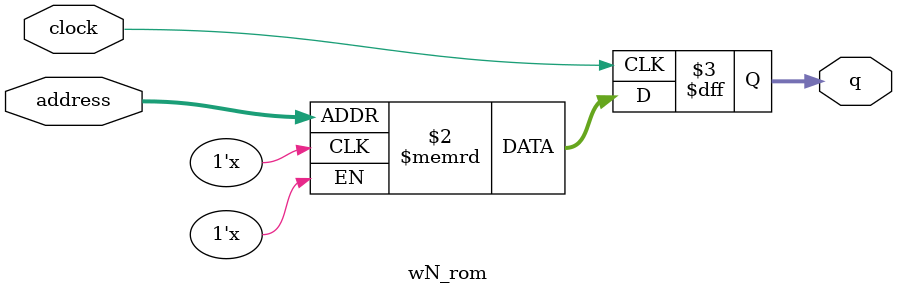
<source format=sv>
module wN_rom (
	input logic clock,
	input logic [11:0] address,
	output logic [3:0] q
);

logic [3:0] memory [0:3599] /* synthesis ram_init_file = "./wN/wN.COE" */;

always_ff @ (posedge clock) begin
	q <= memory[address];
end

endmodule

</source>
